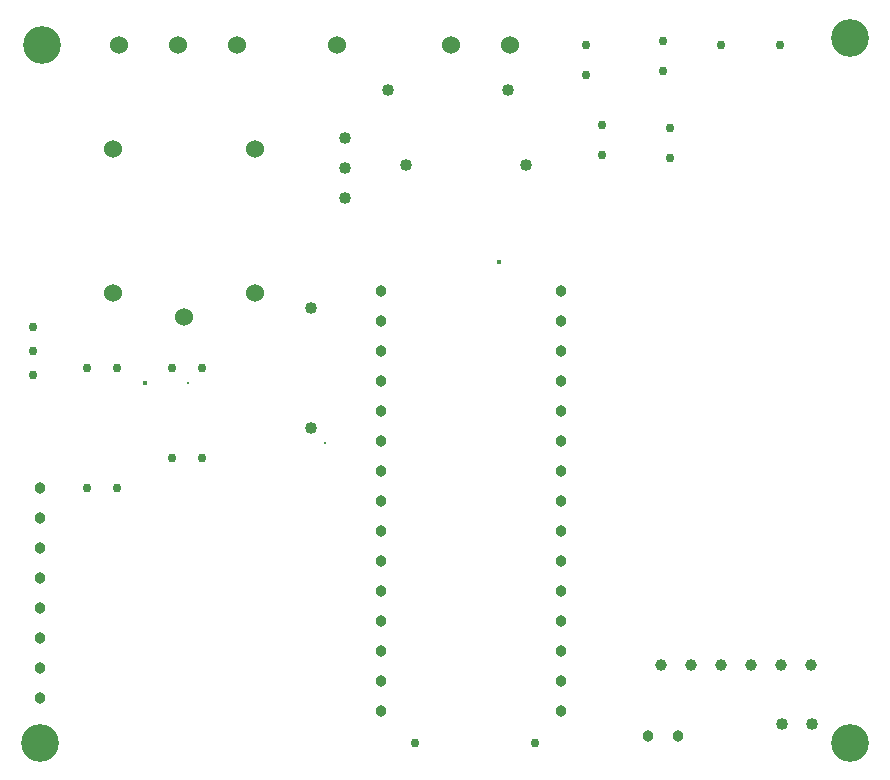
<source format=gbr>
G04 PROTEUS GERBER X2 FILE*
%TF.GenerationSoftware,Labcenter,Proteus,8.6-SP2-Build23525*%
%TF.CreationDate,2020-11-14T07:55:46+00:00*%
%TF.FileFunction,Plated,1,2,PTH*%
%TF.FilePolarity,Positive*%
%TF.Part,Single*%
%FSLAX45Y45*%
%MOMM*%
G01*
%TA.AperFunction,ViaDrill*%
%ADD56C,0.381000*%
%ADD57C,0.254000*%
%TA.AperFunction,ComponentDrill*%
%ADD58C,0.965200*%
%TA.AperFunction,ComponentDrill*%
%ADD59C,1.000000*%
%TA.AperFunction,MechanicalDrill*%
%ADD60C,3.200000*%
%TA.AperFunction,OtherDrill,Unknown*%
%ADD61C,1.524000*%
%TA.AperFunction,ComponentDrill*%
%ADD62C,1.524000*%
%TA.AperFunction,ComponentDrill*%
%ADD63C,0.762000*%
%TA.AperFunction,ComponentDrill*%
%ADD64C,1.016000*%
%TD.AperFunction*%
D56*
X+2873000Y+2167000D03*
D57*
X+234000Y+1143000D03*
D56*
X-127000Y+1143000D03*
D57*
X+1397000Y+635000D03*
D58*
X+1873000Y+1917000D03*
X+1873000Y+1663000D03*
X+1873000Y+1409000D03*
X+1873000Y+1155000D03*
X+1873000Y+901000D03*
X+1873000Y+647000D03*
X+1873000Y+393000D03*
X+1873000Y+139000D03*
X+1873000Y-115000D03*
X+1873000Y-369000D03*
X+1873000Y-623000D03*
X+1873000Y-877000D03*
X+1873000Y-1131000D03*
X+1873000Y-1385000D03*
X+1873000Y-1639000D03*
X+3397000Y-1639000D03*
X+3397000Y-1385000D03*
X+3397000Y-1131000D03*
X+3397000Y-877000D03*
X+3397000Y-623000D03*
X+3397000Y-369000D03*
X+3397000Y-115000D03*
X+3397000Y+139000D03*
X+3397000Y+393000D03*
X+3397000Y+647000D03*
X+3397000Y+901000D03*
X+3397000Y+1155000D03*
X+3397000Y+1409000D03*
X+3397000Y+1663000D03*
X+3397000Y+1917000D03*
D59*
X+5512000Y-1250000D03*
X+5258000Y-1250000D03*
X+5004000Y-1250000D03*
X+4750000Y-1250000D03*
X+4496000Y-1250000D03*
X+4242000Y-1250000D03*
D60*
X-1016000Y-1905000D03*
X-1000000Y+4000000D03*
X+5842000Y+4064000D03*
X+5842000Y-1905000D03*
D61*
X+2965000Y+4000000D03*
D62*
X-400000Y+1900000D03*
X+800000Y+1900000D03*
X+200000Y+1700000D03*
X-400000Y+3120000D03*
X+800000Y+3120000D03*
D63*
X+103000Y+504000D03*
X+357000Y+504000D03*
X+357000Y+1266000D03*
X+103000Y+1266000D03*
D61*
X+2465000Y+4000000D03*
X-350000Y+4000000D03*
X+150000Y+4000000D03*
X+650000Y+4000000D03*
D64*
X+1568000Y+2702000D03*
X+1568000Y+2956000D03*
X+1568000Y+3210000D03*
D63*
X-1072000Y+1612200D03*
X-1072000Y+1409000D03*
X-1072000Y+1205800D03*
D64*
X+1274000Y+1774000D03*
X+1274000Y+758000D03*
X+3100000Y+2985000D03*
X+2084000Y+2985000D03*
X+1933000Y+3623000D03*
X+2949000Y+3623000D03*
D61*
X+1500000Y+4000000D03*
D63*
X+4258000Y+4033000D03*
X+4258000Y+3779000D03*
X+3608000Y+3999000D03*
X+3608000Y+3745000D03*
X+3743000Y+3067000D03*
X+3743000Y+3321000D03*
X+4318000Y+3048000D03*
X+4318000Y+3302000D03*
X-369000Y+1262000D03*
X-369000Y+246000D03*
X-615000Y+1262000D03*
X-615000Y+246000D03*
X+4750000Y+4000000D03*
X+5250000Y+4000000D03*
D58*
X+4381000Y-1853000D03*
X+4127000Y-1853000D03*
D64*
X+5516000Y-1750000D03*
X+5262000Y-1750000D03*
D63*
X+3175000Y-1905000D03*
X+2159000Y-1905000D03*
D58*
X-1016000Y-1524000D03*
X-1016000Y-1270000D03*
X-1016000Y-1016000D03*
X-1016000Y-762000D03*
X-1016000Y-508000D03*
X-1016000Y-254000D03*
X-1016000Y+0D03*
X-1016000Y+254000D03*
M02*

</source>
